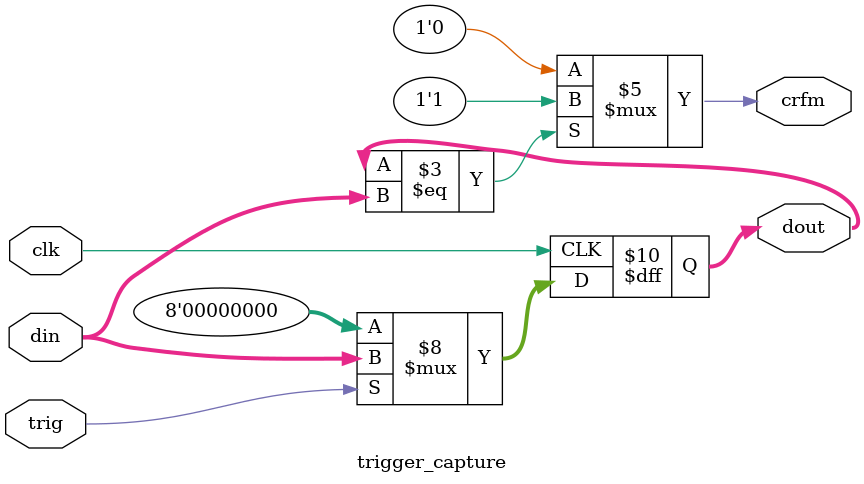
<source format=v>
module trigger_capture
    (
    input clk,
    input trig,
    input [7:0] din,
    output reg [7:0] dout,
    output reg crfm    //confirm
);

    
    always @(posedge clk) 
    begin
        if (trig) 
        
        begin
            dout <= din;
        end
        
        else
            begin
                dout<=0;
            end
  end     
  
  always @(*)
    begin

        if (dout==din)
            begin
                crfm<=1;
            end

        else
            begin
                crfm<=0;
            end

    end 

endmodule

</source>
